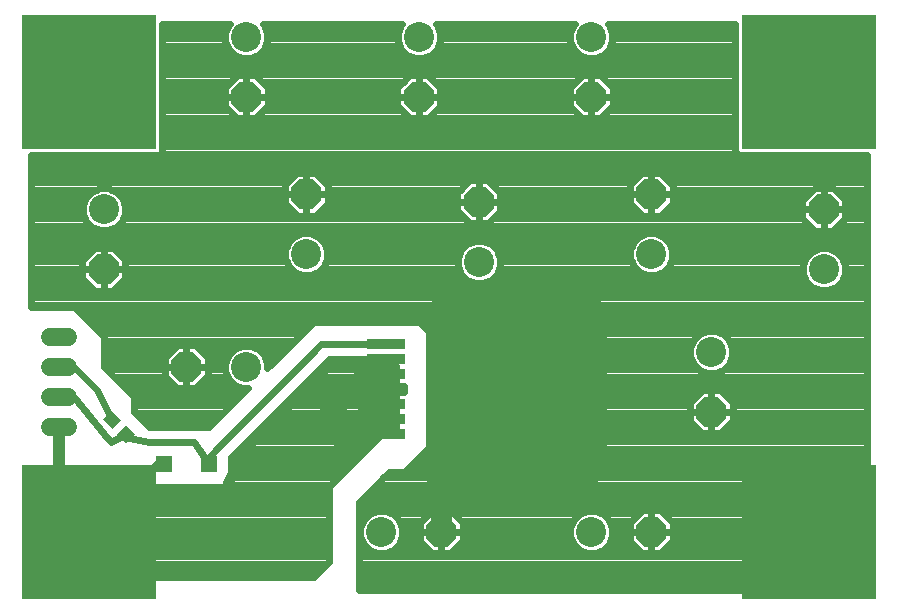
<source format=gtl>
G75*
%MOIN*%
%OFA0B0*%
%FSLAX25Y25*%
%IPPOS*%
%LPD*%
%AMOC8*
5,1,8,0,0,1.08239X$1,22.5*
%
%ADD10R,0.45000X0.55000*%
%ADD11R,0.05512X0.05512*%
%ADD12R,0.04331X0.03937*%
%ADD13C,0.10000*%
%ADD14OC8,0.10000*%
%ADD15R,0.12598X0.03543*%
%ADD16R,0.32087X0.42520*%
%ADD17C,0.06000*%
%ADD18C,0.02400*%
%ADD19C,0.01600*%
%ADD20R,0.45000X0.45000*%
%ADD21C,0.04000*%
%ADD22C,0.07000*%
%ADD23C,0.25400*%
%ADD24C,0.03200*%
D10*
X0169800Y0085330D03*
D11*
X0067280Y0060330D03*
X0052320Y0060330D03*
D12*
G36*
X0039805Y0067542D02*
X0036744Y0070603D01*
X0039527Y0073386D01*
X0042588Y0070325D01*
X0039805Y0067542D01*
G37*
G36*
X0035073Y0072275D02*
X0032012Y0075336D01*
X0034795Y0078119D01*
X0037856Y0075058D01*
X0035073Y0072275D01*
G37*
D13*
X0079800Y0092830D03*
X0099800Y0130330D03*
X0157300Y0127830D03*
X0214800Y0130330D03*
X0234800Y0097830D03*
X0272300Y0125330D03*
X0194800Y0202830D03*
X0137300Y0202830D03*
X0079800Y0202830D03*
X0032300Y0145330D03*
X0124800Y0037830D03*
X0194800Y0037830D03*
D14*
X0214800Y0037830D03*
X0234800Y0077830D03*
X0144800Y0037830D03*
X0059800Y0092830D03*
X0032300Y0125330D03*
X0099800Y0150330D03*
X0079800Y0182830D03*
X0137300Y0182830D03*
X0157300Y0147830D03*
X0194800Y0182830D03*
X0214800Y0150330D03*
X0272300Y0145330D03*
D15*
X0126473Y0100330D03*
X0126473Y0095330D03*
X0126473Y0090330D03*
X0126473Y0080330D03*
X0126473Y0075330D03*
X0126473Y0070330D03*
D16*
X0168442Y0085330D03*
D17*
X0020300Y0082830D02*
X0014300Y0082830D01*
X0014300Y0092830D02*
X0020300Y0092830D01*
X0020300Y0102830D02*
X0014300Y0102830D01*
X0014300Y0072830D02*
X0020300Y0072830D01*
D18*
X0027300Y0037830D02*
X0027300Y0022830D01*
X0102300Y0022830D01*
X0107300Y0027830D01*
X0107300Y0052830D01*
X0116312Y0061843D01*
X0115261Y0062278D01*
X0114248Y0063291D01*
X0113700Y0064614D01*
X0113700Y0066046D01*
X0114248Y0067370D01*
X0117974Y0071096D01*
X0117974Y0072392D01*
X0118092Y0072830D01*
X0117974Y0073269D01*
X0117974Y0075330D01*
X0126473Y0075330D01*
X0126473Y0075330D01*
X0126473Y0074302D01*
X0126473Y0070331D01*
X0126473Y0070331D01*
X0126473Y0075330D01*
X0126473Y0075330D01*
X0117974Y0075330D01*
X0117974Y0077392D01*
X0118092Y0077830D01*
X0117974Y0078269D01*
X0117974Y0080330D01*
X0126473Y0080330D01*
X0126473Y0080330D01*
X0126473Y0079302D01*
X0126473Y0075331D01*
X0126473Y0075331D01*
X0126473Y0080330D01*
X0126473Y0080330D01*
X0117974Y0080330D01*
X0117974Y0082392D01*
X0118124Y0082951D01*
X0118414Y0083453D01*
X0118823Y0083863D01*
X0119325Y0084152D01*
X0119884Y0084302D01*
X0126473Y0084302D01*
X0126473Y0080331D01*
X0126473Y0080331D01*
X0126473Y0084302D01*
X0132300Y0084302D01*
X0132300Y0086359D01*
X0126473Y0086359D01*
X0126473Y0090330D01*
X0126473Y0090330D01*
X0117974Y0090330D01*
X0117974Y0088269D01*
X0118124Y0087710D01*
X0118414Y0087208D01*
X0118823Y0086798D01*
X0119325Y0086509D01*
X0119884Y0086359D01*
X0126473Y0086359D01*
X0126473Y0090330D01*
X0126473Y0090330D01*
X0117974Y0090330D01*
X0117974Y0092392D01*
X0118092Y0092830D01*
X0117974Y0093269D01*
X0117974Y0095330D01*
X0126473Y0095330D01*
X0126473Y0095330D01*
X0126473Y0094302D01*
X0126473Y0090331D01*
X0126473Y0090331D01*
X0126473Y0095330D01*
X0126473Y0095330D01*
X0107300Y0095330D01*
X0074800Y0062830D01*
X0074800Y0057830D01*
X0072300Y0052830D01*
X0042300Y0052830D01*
X0027300Y0037830D01*
X0027300Y0022830D01*
X0102300Y0022830D01*
X0107300Y0027830D01*
X0107300Y0052830D01*
X0124800Y0070330D01*
X0126473Y0070330D01*
X0126473Y0070395D02*
X0126473Y0070395D01*
X0126473Y0072793D02*
X0126473Y0072793D01*
X0126473Y0075192D02*
X0126473Y0075192D01*
X0126473Y0077590D02*
X0126473Y0077590D01*
X0126473Y0079989D02*
X0126473Y0079989D01*
X0126473Y0082387D02*
X0126473Y0082387D01*
X0132300Y0084786D02*
X0096755Y0084786D01*
X0094357Y0082387D02*
X0117974Y0082387D01*
X0117974Y0079989D02*
X0091958Y0079989D01*
X0089560Y0077590D02*
X0118027Y0077590D01*
X0117974Y0075192D02*
X0087161Y0075192D01*
X0084763Y0072793D02*
X0118082Y0072793D01*
X0117273Y0070395D02*
X0082364Y0070395D01*
X0079966Y0067996D02*
X0114875Y0067996D01*
X0113700Y0065598D02*
X0077567Y0065598D01*
X0077300Y0062830D02*
X0077300Y0057830D01*
X0072300Y0052830D01*
X0042300Y0052830D01*
X0027300Y0037830D01*
X0017300Y0047830D01*
X0028684Y0039214D02*
X0107300Y0039214D01*
X0107300Y0036816D02*
X0027300Y0036816D01*
X0027300Y0034417D02*
X0107300Y0034417D01*
X0107300Y0032019D02*
X0027300Y0032019D01*
X0027300Y0029620D02*
X0107300Y0029620D01*
X0106691Y0027221D02*
X0027300Y0027221D01*
X0027300Y0024823D02*
X0104293Y0024823D01*
X0117300Y0024823D02*
X0286600Y0024823D01*
X0286600Y0027221D02*
X0117300Y0027221D01*
X0117300Y0029620D02*
X0286600Y0029620D01*
X0286600Y0032019D02*
X0219170Y0032019D01*
X0217782Y0030630D02*
X0214800Y0030630D01*
X0214800Y0037830D01*
X0214800Y0037830D01*
X0214800Y0030630D01*
X0211818Y0030630D01*
X0207600Y0034848D01*
X0207600Y0037830D01*
X0214800Y0037830D01*
X0214800Y0037830D01*
X0222000Y0037830D01*
X0222000Y0034848D01*
X0217782Y0030630D01*
X0214800Y0032019D02*
X0214800Y0032019D01*
X0214800Y0034417D02*
X0214800Y0034417D01*
X0214800Y0036816D02*
X0214800Y0036816D01*
X0214800Y0037830D02*
X0214800Y0037830D01*
X0222000Y0037830D01*
X0222000Y0040813D01*
X0217782Y0045030D01*
X0214800Y0045030D01*
X0211818Y0045030D01*
X0207600Y0040813D01*
X0207600Y0037830D01*
X0214800Y0037830D01*
X0214800Y0037831D02*
X0214800Y0045030D01*
X0214800Y0037831D01*
X0214800Y0037831D01*
X0214800Y0039214D02*
X0214800Y0039214D01*
X0214800Y0041613D02*
X0214800Y0041613D01*
X0214800Y0044011D02*
X0214800Y0044011D01*
X0218802Y0044011D02*
X0286600Y0044011D01*
X0286600Y0041613D02*
X0221200Y0041613D01*
X0222000Y0039214D02*
X0286600Y0039214D01*
X0286600Y0036816D02*
X0222000Y0036816D01*
X0221569Y0034417D02*
X0286600Y0034417D01*
X0286600Y0022424D02*
X0117300Y0022424D01*
X0117300Y0020026D02*
X0286600Y0020026D01*
X0286600Y0018530D02*
X0117300Y0018530D01*
X0117300Y0047830D01*
X0127300Y0057830D01*
X0132300Y0057830D01*
X0142300Y0067830D01*
X0142300Y0102830D01*
X0137300Y0107830D01*
X0102300Y0107830D01*
X0086800Y0092330D01*
X0086800Y0094223D01*
X0085734Y0096796D01*
X0083765Y0098765D01*
X0081192Y0099830D01*
X0078408Y0099830D01*
X0075835Y0098765D01*
X0073866Y0096796D01*
X0072800Y0094223D01*
X0072800Y0091438D01*
X0073866Y0088865D01*
X0075835Y0086896D01*
X0078408Y0085830D01*
X0080300Y0085830D01*
X0067300Y0072830D01*
X0047300Y0072830D01*
X0042300Y0077830D01*
X0042300Y0082830D01*
X0032300Y0092830D01*
X0032300Y0102830D01*
X0022300Y0112830D01*
X0008000Y0112830D01*
X0008000Y0163330D01*
X0050628Y0163330D01*
X0051800Y0164502D01*
X0051800Y0207130D01*
X0074201Y0207130D01*
X0073866Y0206796D01*
X0072800Y0204223D01*
X0072800Y0201438D01*
X0073866Y0198865D01*
X0075835Y0196896D01*
X0078408Y0195830D01*
X0081192Y0195830D01*
X0083765Y0196896D01*
X0085734Y0198865D01*
X0086800Y0201438D01*
X0086800Y0204223D01*
X0085734Y0206796D01*
X0085399Y0207130D01*
X0131701Y0207130D01*
X0131366Y0206796D01*
X0130300Y0204223D01*
X0130300Y0201438D01*
X0131366Y0198865D01*
X0133335Y0196896D01*
X0135908Y0195830D01*
X0138692Y0195830D01*
X0141265Y0196896D01*
X0143234Y0198865D01*
X0144300Y0201438D01*
X0144300Y0204223D01*
X0143234Y0206796D01*
X0142899Y0207130D01*
X0189201Y0207130D01*
X0188866Y0206796D01*
X0187800Y0204223D01*
X0187800Y0201438D01*
X0188866Y0198865D01*
X0190835Y0196896D01*
X0193408Y0195830D01*
X0196192Y0195830D01*
X0198765Y0196896D01*
X0200734Y0198865D01*
X0201800Y0201438D01*
X0201800Y0204223D01*
X0200734Y0206796D01*
X0200399Y0207130D01*
X0242800Y0207130D01*
X0242800Y0164502D01*
X0243972Y0163330D01*
X0286600Y0163330D01*
X0286600Y0018530D01*
X0286600Y0046410D02*
X0117300Y0046410D01*
X0117300Y0044011D02*
X0121430Y0044011D01*
X0120835Y0043765D02*
X0118866Y0041796D01*
X0117800Y0039223D01*
X0117800Y0036438D01*
X0118866Y0033865D01*
X0120835Y0031896D01*
X0123408Y0030830D01*
X0126192Y0030830D01*
X0128765Y0031896D01*
X0130734Y0033865D01*
X0131800Y0036438D01*
X0131800Y0039223D01*
X0130734Y0041796D01*
X0128765Y0043765D01*
X0126192Y0044830D01*
X0123408Y0044830D01*
X0120835Y0043765D01*
X0118790Y0041613D02*
X0117300Y0041613D01*
X0117300Y0039214D02*
X0117800Y0039214D01*
X0117800Y0036816D02*
X0117300Y0036816D01*
X0117300Y0034417D02*
X0118637Y0034417D01*
X0117300Y0032019D02*
X0120712Y0032019D01*
X0128888Y0032019D02*
X0140430Y0032019D01*
X0141818Y0030630D02*
X0137600Y0034848D01*
X0137600Y0037830D01*
X0144800Y0037830D01*
X0144800Y0030630D01*
X0147782Y0030630D01*
X0152000Y0034848D01*
X0152000Y0037830D01*
X0144800Y0037830D01*
X0144800Y0037830D01*
X0144800Y0030630D01*
X0141818Y0030630D01*
X0144800Y0032019D02*
X0144800Y0032019D01*
X0144800Y0034417D02*
X0144800Y0034417D01*
X0144800Y0036816D02*
X0144800Y0036816D01*
X0144800Y0037830D02*
X0144800Y0037830D01*
X0144800Y0037830D01*
X0152000Y0037830D01*
X0152000Y0040813D01*
X0147782Y0045030D01*
X0144800Y0045030D01*
X0141818Y0045030D01*
X0137600Y0040813D01*
X0137600Y0037830D01*
X0144800Y0037830D01*
X0144800Y0037831D02*
X0144800Y0045030D01*
X0144800Y0037831D01*
X0144800Y0037831D01*
X0144800Y0039214D02*
X0144800Y0039214D01*
X0144800Y0041613D02*
X0144800Y0041613D01*
X0144800Y0044011D02*
X0144800Y0044011D01*
X0148802Y0044011D02*
X0191430Y0044011D01*
X0190835Y0043765D02*
X0188866Y0041796D01*
X0187800Y0039223D01*
X0187800Y0036438D01*
X0188866Y0033865D01*
X0190835Y0031896D01*
X0193408Y0030830D01*
X0196192Y0030830D01*
X0198765Y0031896D01*
X0200734Y0033865D01*
X0201800Y0036438D01*
X0201800Y0039223D01*
X0200734Y0041796D01*
X0198765Y0043765D01*
X0196192Y0044830D01*
X0193408Y0044830D01*
X0190835Y0043765D01*
X0188790Y0041613D02*
X0151200Y0041613D01*
X0152000Y0039214D02*
X0187800Y0039214D01*
X0187800Y0036816D02*
X0152000Y0036816D01*
X0151569Y0034417D02*
X0188637Y0034417D01*
X0190712Y0032019D02*
X0149170Y0032019D01*
X0138031Y0034417D02*
X0130963Y0034417D01*
X0131800Y0036816D02*
X0137600Y0036816D01*
X0137600Y0039214D02*
X0131800Y0039214D01*
X0130810Y0041613D02*
X0138400Y0041613D01*
X0140798Y0044011D02*
X0128170Y0044011D01*
X0118278Y0048808D02*
X0286600Y0048808D01*
X0286600Y0051207D02*
X0120676Y0051207D01*
X0123075Y0053605D02*
X0286600Y0053605D01*
X0286600Y0056004D02*
X0193302Y0056004D01*
X0193128Y0055830D02*
X0194300Y0057002D01*
X0194300Y0113659D01*
X0193128Y0114830D01*
X0146472Y0114830D01*
X0145300Y0113659D01*
X0145300Y0057002D01*
X0146472Y0055830D01*
X0193128Y0055830D01*
X0194300Y0058402D02*
X0286600Y0058402D01*
X0286600Y0060801D02*
X0194300Y0060801D01*
X0194300Y0063199D02*
X0286600Y0063199D01*
X0286600Y0065598D02*
X0194300Y0065598D01*
X0194300Y0067996D02*
X0286600Y0067996D01*
X0286600Y0070395D02*
X0194300Y0070395D01*
X0194300Y0072793D02*
X0229655Y0072793D01*
X0227600Y0074848D02*
X0231818Y0070630D01*
X0234800Y0070630D01*
X0237782Y0070630D01*
X0242000Y0074848D01*
X0242000Y0077830D01*
X0234800Y0077830D01*
X0234800Y0070630D01*
X0234800Y0077830D01*
X0234800Y0077830D01*
X0234800Y0077830D01*
X0227600Y0077830D01*
X0227600Y0074848D01*
X0227600Y0075192D02*
X0194300Y0075192D01*
X0194300Y0077590D02*
X0227600Y0077590D01*
X0227600Y0077830D02*
X0234800Y0077830D01*
X0234800Y0077830D01*
X0242000Y0077830D01*
X0242000Y0080813D01*
X0237782Y0085030D01*
X0234800Y0085030D01*
X0231818Y0085030D01*
X0227600Y0080813D01*
X0227600Y0077830D01*
X0227600Y0079989D02*
X0194300Y0079989D01*
X0194300Y0082387D02*
X0229175Y0082387D01*
X0231573Y0084786D02*
X0194300Y0084786D01*
X0194300Y0087184D02*
X0286600Y0087184D01*
X0286600Y0084786D02*
X0238027Y0084786D01*
X0240425Y0082387D02*
X0286600Y0082387D01*
X0286600Y0079989D02*
X0242000Y0079989D01*
X0242000Y0077590D02*
X0286600Y0077590D01*
X0286600Y0075192D02*
X0242000Y0075192D01*
X0239945Y0072793D02*
X0286600Y0072793D01*
X0286600Y0089583D02*
X0194300Y0089583D01*
X0194300Y0091981D02*
X0230750Y0091981D01*
X0230835Y0091896D02*
X0233408Y0090830D01*
X0236192Y0090830D01*
X0238765Y0091896D01*
X0240734Y0093865D01*
X0241800Y0096438D01*
X0241800Y0099223D01*
X0240734Y0101796D01*
X0238765Y0103765D01*
X0236192Y0104830D01*
X0233408Y0104830D01*
X0230835Y0103765D01*
X0228866Y0101796D01*
X0227800Y0099223D01*
X0227800Y0096438D01*
X0228866Y0093865D01*
X0230835Y0091896D01*
X0228653Y0094380D02*
X0194300Y0094380D01*
X0194300Y0096778D02*
X0227800Y0096778D01*
X0227800Y0099177D02*
X0194300Y0099177D01*
X0194300Y0101575D02*
X0228774Y0101575D01*
X0231340Y0103974D02*
X0194300Y0103974D01*
X0194300Y0106372D02*
X0286600Y0106372D01*
X0286600Y0103974D02*
X0238260Y0103974D01*
X0240826Y0101575D02*
X0286600Y0101575D01*
X0286600Y0099177D02*
X0241800Y0099177D01*
X0241800Y0096778D02*
X0286600Y0096778D01*
X0286600Y0094380D02*
X0240947Y0094380D01*
X0238850Y0091981D02*
X0286600Y0091981D01*
X0286600Y0108771D02*
X0194300Y0108771D01*
X0194300Y0111169D02*
X0286600Y0111169D01*
X0286600Y0113568D02*
X0194300Y0113568D01*
X0209670Y0125560D02*
X0163936Y0125560D01*
X0164300Y0126438D02*
X0163234Y0123865D01*
X0161265Y0121896D01*
X0158692Y0120830D01*
X0155908Y0120830D01*
X0153335Y0121896D01*
X0151366Y0123865D01*
X0150300Y0126438D01*
X0150300Y0129223D01*
X0151366Y0131796D01*
X0153335Y0133765D01*
X0155908Y0134830D01*
X0158692Y0134830D01*
X0161265Y0133765D01*
X0163234Y0131796D01*
X0164300Y0129223D01*
X0164300Y0126438D01*
X0164300Y0127959D02*
X0208206Y0127959D01*
X0207800Y0128938D02*
X0208866Y0126365D01*
X0210835Y0124396D01*
X0213408Y0123330D01*
X0216192Y0123330D01*
X0218765Y0124396D01*
X0220734Y0126365D01*
X0221800Y0128938D01*
X0221800Y0131723D01*
X0220734Y0134296D01*
X0218765Y0136265D01*
X0216192Y0137330D01*
X0213408Y0137330D01*
X0210835Y0136265D01*
X0208866Y0134296D01*
X0207800Y0131723D01*
X0207800Y0128938D01*
X0207800Y0130357D02*
X0163830Y0130357D01*
X0162274Y0132756D02*
X0208228Y0132756D01*
X0209725Y0135154D02*
X0104875Y0135154D01*
X0105734Y0134296D02*
X0103765Y0136265D01*
X0101192Y0137330D01*
X0098408Y0137330D01*
X0095835Y0136265D01*
X0093866Y0134296D01*
X0092800Y0131723D01*
X0092800Y0128938D01*
X0093866Y0126365D01*
X0095835Y0124396D01*
X0098408Y0123330D01*
X0101192Y0123330D01*
X0103765Y0124396D01*
X0105734Y0126365D01*
X0106800Y0128938D01*
X0106800Y0131723D01*
X0105734Y0134296D01*
X0106372Y0132756D02*
X0152326Y0132756D01*
X0150770Y0130357D02*
X0106800Y0130357D01*
X0106394Y0127959D02*
X0150300Y0127959D01*
X0150663Y0125560D02*
X0104930Y0125560D01*
X0094670Y0125560D02*
X0039500Y0125560D01*
X0039500Y0125330D02*
X0039500Y0128313D01*
X0035282Y0132530D01*
X0032300Y0132530D01*
X0029318Y0132530D01*
X0025100Y0128313D01*
X0025100Y0125330D01*
X0025100Y0122348D01*
X0029318Y0118130D01*
X0032300Y0118130D01*
X0035282Y0118130D01*
X0039500Y0122348D01*
X0039500Y0125330D01*
X0032300Y0125330D01*
X0032300Y0118130D01*
X0032300Y0125330D01*
X0032300Y0125330D01*
X0032300Y0125330D01*
X0025100Y0125330D01*
X0032300Y0125330D01*
X0032300Y0125330D01*
X0039500Y0125330D01*
X0039500Y0123162D02*
X0152069Y0123162D01*
X0162531Y0123162D02*
X0265621Y0123162D01*
X0265300Y0123938D02*
X0266366Y0121365D01*
X0268335Y0119396D01*
X0270908Y0118330D01*
X0273692Y0118330D01*
X0276265Y0119396D01*
X0278234Y0121365D01*
X0279300Y0123938D01*
X0279300Y0126723D01*
X0278234Y0129296D01*
X0276265Y0131265D01*
X0273692Y0132330D01*
X0270908Y0132330D01*
X0268335Y0131265D01*
X0266366Y0129296D01*
X0265300Y0126723D01*
X0265300Y0123938D01*
X0265300Y0125560D02*
X0219930Y0125560D01*
X0221394Y0127959D02*
X0265812Y0127959D01*
X0267428Y0130357D02*
X0221800Y0130357D01*
X0221372Y0132756D02*
X0286600Y0132756D01*
X0286600Y0135154D02*
X0219875Y0135154D01*
X0217782Y0143130D02*
X0214800Y0143130D01*
X0214800Y0150330D01*
X0214800Y0150330D01*
X0214800Y0143130D01*
X0211818Y0143130D01*
X0207600Y0147348D01*
X0207600Y0150330D01*
X0214800Y0150330D01*
X0214800Y0150330D01*
X0222000Y0150330D01*
X0222000Y0147348D01*
X0217782Y0143130D01*
X0219400Y0144749D02*
X0265100Y0144749D01*
X0265100Y0145330D02*
X0265100Y0142348D01*
X0269318Y0138130D01*
X0272300Y0138130D01*
X0275282Y0138130D01*
X0279500Y0142348D01*
X0279500Y0145330D01*
X0272300Y0145330D01*
X0272300Y0138130D01*
X0272300Y0145330D01*
X0272300Y0145330D01*
X0272300Y0145330D01*
X0265100Y0145330D01*
X0272300Y0145330D01*
X0272300Y0145330D01*
X0279500Y0145330D01*
X0279500Y0148313D01*
X0275282Y0152530D01*
X0272300Y0152530D01*
X0269318Y0152530D01*
X0265100Y0148313D01*
X0265100Y0145330D01*
X0265100Y0147147D02*
X0221799Y0147147D01*
X0222000Y0149546D02*
X0266333Y0149546D01*
X0268731Y0151944D02*
X0222000Y0151944D01*
X0222000Y0153313D02*
X0222000Y0150330D01*
X0214800Y0150330D01*
X0214800Y0150330D01*
X0207600Y0150330D01*
X0207600Y0153313D01*
X0211818Y0157530D01*
X0214800Y0157530D01*
X0214800Y0150331D01*
X0214800Y0150331D01*
X0214800Y0157530D01*
X0217782Y0157530D01*
X0222000Y0153313D01*
X0220970Y0154343D02*
X0286600Y0154343D01*
X0286600Y0156741D02*
X0218572Y0156741D01*
X0214800Y0156741D02*
X0214800Y0156741D01*
X0214800Y0154343D02*
X0214800Y0154343D01*
X0214800Y0151944D02*
X0214800Y0151944D01*
X0214800Y0149546D02*
X0214800Y0149546D01*
X0214800Y0147147D02*
X0214800Y0147147D01*
X0214800Y0144749D02*
X0214800Y0144749D01*
X0210200Y0144749D02*
X0164400Y0144749D01*
X0164500Y0144848D02*
X0164500Y0147830D01*
X0157300Y0147830D01*
X0157300Y0140630D01*
X0160282Y0140630D01*
X0164500Y0144848D01*
X0164500Y0147147D02*
X0207801Y0147147D01*
X0207600Y0149546D02*
X0164500Y0149546D01*
X0164500Y0150813D02*
X0164500Y0147830D01*
X0157300Y0147830D01*
X0157300Y0147830D01*
X0157300Y0140630D01*
X0154318Y0140630D01*
X0150100Y0144848D01*
X0150100Y0147830D01*
X0157300Y0147830D01*
X0157300Y0147830D01*
X0157300Y0147830D01*
X0150100Y0147830D01*
X0150100Y0150813D01*
X0154318Y0155030D01*
X0157300Y0155030D01*
X0157300Y0147831D01*
X0157300Y0147831D01*
X0157300Y0155030D01*
X0160282Y0155030D01*
X0164500Y0150813D01*
X0163369Y0151944D02*
X0207600Y0151944D01*
X0208630Y0154343D02*
X0160970Y0154343D01*
X0157300Y0154343D02*
X0157300Y0154343D01*
X0157300Y0151944D02*
X0157300Y0151944D01*
X0157300Y0149546D02*
X0157300Y0149546D01*
X0157300Y0147147D02*
X0157300Y0147147D01*
X0157300Y0144749D02*
X0157300Y0144749D01*
X0157300Y0142350D02*
X0157300Y0142350D01*
X0162002Y0142350D02*
X0265100Y0142350D01*
X0267497Y0139952D02*
X0036821Y0139952D01*
X0036265Y0139396D02*
X0038234Y0141365D01*
X0039300Y0143938D01*
X0039300Y0146723D01*
X0038234Y0149296D01*
X0036265Y0151265D01*
X0033692Y0152330D01*
X0030908Y0152330D01*
X0028335Y0151265D01*
X0026366Y0149296D01*
X0025300Y0146723D01*
X0025300Y0143938D01*
X0026366Y0141365D01*
X0028335Y0139396D01*
X0030908Y0138330D01*
X0033692Y0138330D01*
X0036265Y0139396D01*
X0038642Y0142350D02*
X0152598Y0142350D01*
X0150200Y0144749D02*
X0104400Y0144749D01*
X0102782Y0143130D02*
X0099800Y0143130D01*
X0099800Y0150330D01*
X0099800Y0150330D01*
X0099800Y0143130D01*
X0096818Y0143130D01*
X0092600Y0147348D01*
X0092600Y0150330D01*
X0099800Y0150330D01*
X0099800Y0150330D01*
X0107000Y0150330D01*
X0107000Y0147348D01*
X0102782Y0143130D01*
X0099800Y0144749D02*
X0099800Y0144749D01*
X0099800Y0147147D02*
X0099800Y0147147D01*
X0099800Y0149546D02*
X0099800Y0149546D01*
X0099800Y0150330D02*
X0099800Y0150330D01*
X0092600Y0150330D01*
X0092600Y0153313D01*
X0096818Y0157530D01*
X0099800Y0157530D01*
X0099800Y0150331D01*
X0099800Y0150331D01*
X0099800Y0157530D01*
X0102782Y0157530D01*
X0107000Y0153313D01*
X0107000Y0150330D01*
X0099800Y0150330D01*
X0099800Y0151944D02*
X0099800Y0151944D01*
X0099800Y0154343D02*
X0099800Y0154343D01*
X0099800Y0156741D02*
X0099800Y0156741D01*
X0103572Y0156741D02*
X0211028Y0156741D01*
X0197782Y0175630D02*
X0194800Y0175630D01*
X0194800Y0182830D01*
X0194800Y0182830D01*
X0194800Y0175630D01*
X0191818Y0175630D01*
X0187600Y0179848D01*
X0187600Y0182830D01*
X0194800Y0182830D01*
X0194800Y0182830D01*
X0202000Y0182830D01*
X0202000Y0179848D01*
X0197782Y0175630D01*
X0198081Y0175929D02*
X0242800Y0175929D01*
X0242800Y0173531D02*
X0051800Y0173531D01*
X0051800Y0175929D02*
X0076519Y0175929D01*
X0076818Y0175630D02*
X0072600Y0179848D01*
X0072600Y0182830D01*
X0079800Y0182830D01*
X0079800Y0175630D01*
X0082782Y0175630D01*
X0087000Y0179848D01*
X0087000Y0182830D01*
X0079800Y0182830D01*
X0079800Y0182830D01*
X0079800Y0175630D01*
X0076818Y0175630D01*
X0079800Y0175929D02*
X0079800Y0175929D01*
X0079800Y0178328D02*
X0079800Y0178328D01*
X0079800Y0180726D02*
X0079800Y0180726D01*
X0079800Y0182830D02*
X0079800Y0182830D01*
X0079800Y0182830D01*
X0072600Y0182830D01*
X0072600Y0185813D01*
X0076818Y0190030D01*
X0079800Y0190030D01*
X0079800Y0182831D01*
X0079800Y0182831D01*
X0079800Y0190030D01*
X0082782Y0190030D01*
X0087000Y0185813D01*
X0087000Y0182830D01*
X0079800Y0182830D01*
X0079800Y0183125D02*
X0079800Y0183125D01*
X0079800Y0185523D02*
X0079800Y0185523D01*
X0079800Y0187922D02*
X0079800Y0187922D01*
X0084891Y0187922D02*
X0132209Y0187922D01*
X0134318Y0190030D02*
X0130100Y0185813D01*
X0130100Y0182830D01*
X0130100Y0179848D01*
X0134318Y0175630D01*
X0137300Y0175630D01*
X0140282Y0175630D01*
X0144500Y0179848D01*
X0144500Y0182830D01*
X0137300Y0182830D01*
X0137300Y0175630D01*
X0137300Y0182830D01*
X0137300Y0182830D01*
X0137300Y0182830D01*
X0130100Y0182830D01*
X0137300Y0182830D01*
X0137300Y0182830D01*
X0144500Y0182830D01*
X0144500Y0185813D01*
X0140282Y0190030D01*
X0137300Y0190030D01*
X0134318Y0190030D01*
X0137300Y0190030D02*
X0137300Y0182831D01*
X0137300Y0182831D01*
X0137300Y0190030D01*
X0137300Y0187922D02*
X0137300Y0187922D01*
X0137300Y0185523D02*
X0137300Y0185523D01*
X0137300Y0183125D02*
X0137300Y0183125D01*
X0137300Y0180726D02*
X0137300Y0180726D01*
X0137300Y0178328D02*
X0137300Y0178328D01*
X0137300Y0175929D02*
X0137300Y0175929D01*
X0140581Y0175929D02*
X0191519Y0175929D01*
X0194800Y0175929D02*
X0194800Y0175929D01*
X0194800Y0178328D02*
X0194800Y0178328D01*
X0194800Y0180726D02*
X0194800Y0180726D01*
X0194800Y0182830D02*
X0194800Y0182830D01*
X0187600Y0182830D01*
X0187600Y0185813D01*
X0191818Y0190030D01*
X0194800Y0190030D01*
X0194800Y0182831D01*
X0194800Y0182831D01*
X0194800Y0190030D01*
X0197782Y0190030D01*
X0202000Y0185813D01*
X0202000Y0182830D01*
X0194800Y0182830D01*
X0194800Y0183125D02*
X0194800Y0183125D01*
X0194800Y0185523D02*
X0194800Y0185523D01*
X0194800Y0187922D02*
X0194800Y0187922D01*
X0189709Y0187922D02*
X0142391Y0187922D01*
X0144500Y0185523D02*
X0187600Y0185523D01*
X0187600Y0183125D02*
X0144500Y0183125D01*
X0144500Y0180726D02*
X0187600Y0180726D01*
X0189120Y0178328D02*
X0142980Y0178328D01*
X0134019Y0175929D02*
X0083081Y0175929D01*
X0085480Y0178328D02*
X0131620Y0178328D01*
X0130100Y0180726D02*
X0087000Y0180726D01*
X0087000Y0183125D02*
X0130100Y0183125D01*
X0130100Y0185523D02*
X0087000Y0185523D01*
X0074709Y0187922D02*
X0051800Y0187922D01*
X0051800Y0190320D02*
X0242800Y0190320D01*
X0242800Y0187922D02*
X0199891Y0187922D01*
X0202000Y0185523D02*
X0242800Y0185523D01*
X0242800Y0183125D02*
X0202000Y0183125D01*
X0202000Y0180726D02*
X0242800Y0180726D01*
X0242800Y0178328D02*
X0200480Y0178328D01*
X0199385Y0197516D02*
X0242800Y0197516D01*
X0242800Y0199914D02*
X0201169Y0199914D01*
X0201800Y0202313D02*
X0242800Y0202313D01*
X0242800Y0204711D02*
X0201598Y0204711D01*
X0200420Y0207110D02*
X0242800Y0207110D01*
X0242800Y0195117D02*
X0051800Y0195117D01*
X0051800Y0197516D02*
X0075215Y0197516D01*
X0073431Y0199914D02*
X0051800Y0199914D01*
X0051800Y0202313D02*
X0072800Y0202313D01*
X0073002Y0204711D02*
X0051800Y0204711D01*
X0051800Y0207110D02*
X0074180Y0207110D01*
X0085420Y0207110D02*
X0131680Y0207110D01*
X0130502Y0204711D02*
X0086598Y0204711D01*
X0086800Y0202313D02*
X0130300Y0202313D01*
X0130931Y0199914D02*
X0086169Y0199914D01*
X0084385Y0197516D02*
X0132715Y0197516D01*
X0141885Y0197516D02*
X0190215Y0197516D01*
X0188431Y0199914D02*
X0143669Y0199914D01*
X0144300Y0202313D02*
X0187800Y0202313D01*
X0188002Y0204711D02*
X0144098Y0204711D01*
X0142920Y0207110D02*
X0189180Y0207110D01*
X0242800Y0192719D02*
X0051800Y0192719D01*
X0051800Y0185523D02*
X0072600Y0185523D01*
X0072600Y0183125D02*
X0051800Y0183125D01*
X0051800Y0180726D02*
X0072600Y0180726D01*
X0074120Y0178328D02*
X0051800Y0178328D01*
X0051800Y0171132D02*
X0242800Y0171132D01*
X0242800Y0168734D02*
X0051800Y0168734D01*
X0051800Y0166335D02*
X0242800Y0166335D01*
X0243365Y0163937D02*
X0051235Y0163937D01*
X0037984Y0149546D02*
X0092600Y0149546D01*
X0092600Y0151944D02*
X0034625Y0151944D01*
X0029975Y0151944D02*
X0008000Y0151944D01*
X0008000Y0149546D02*
X0026616Y0149546D01*
X0025476Y0147147D02*
X0008000Y0147147D01*
X0008000Y0144749D02*
X0025300Y0144749D01*
X0025958Y0142350D02*
X0008000Y0142350D01*
X0008000Y0139952D02*
X0027779Y0139952D01*
X0039124Y0147147D02*
X0092801Y0147147D01*
X0095200Y0144749D02*
X0039300Y0144749D01*
X0032300Y0132530D02*
X0032300Y0125331D01*
X0032300Y0132530D01*
X0032300Y0130357D02*
X0032300Y0130357D01*
X0032300Y0127959D02*
X0032300Y0127959D01*
X0032300Y0125560D02*
X0032300Y0125560D01*
X0032300Y0125331D02*
X0032300Y0125331D01*
X0032300Y0123162D02*
X0032300Y0123162D01*
X0032300Y0120763D02*
X0032300Y0120763D01*
X0032300Y0118365D02*
X0032300Y0118365D01*
X0035517Y0118365D02*
X0270824Y0118365D01*
X0273776Y0118365D02*
X0286600Y0118365D01*
X0286600Y0120763D02*
X0277632Y0120763D01*
X0278979Y0123162D02*
X0286600Y0123162D01*
X0286600Y0125560D02*
X0279300Y0125560D01*
X0278788Y0127959D02*
X0286600Y0127959D01*
X0286600Y0130357D02*
X0277172Y0130357D01*
X0286600Y0137553D02*
X0008000Y0137553D01*
X0008000Y0135154D02*
X0094725Y0135154D01*
X0093228Y0132756D02*
X0008000Y0132756D01*
X0008000Y0130357D02*
X0027145Y0130357D01*
X0025100Y0127959D02*
X0008000Y0127959D01*
X0008000Y0125560D02*
X0025100Y0125560D01*
X0025100Y0123162D02*
X0008000Y0123162D01*
X0008000Y0120763D02*
X0026685Y0120763D01*
X0029083Y0118365D02*
X0008000Y0118365D01*
X0008000Y0115966D02*
X0286600Y0115966D01*
X0266967Y0120763D02*
X0037915Y0120763D01*
X0039500Y0127959D02*
X0093206Y0127959D01*
X0092800Y0130357D02*
X0037455Y0130357D01*
X0023961Y0111169D02*
X0145300Y0111169D01*
X0145300Y0108771D02*
X0026360Y0108771D01*
X0028758Y0106372D02*
X0100842Y0106372D01*
X0098443Y0103974D02*
X0031157Y0103974D01*
X0032300Y0101575D02*
X0096045Y0101575D01*
X0093646Y0099177D02*
X0082770Y0099177D01*
X0085741Y0096778D02*
X0091248Y0096778D01*
X0088849Y0094380D02*
X0086735Y0094380D01*
X0076830Y0099177D02*
X0063636Y0099177D01*
X0062782Y0100030D02*
X0059800Y0100030D01*
X0056818Y0100030D01*
X0052600Y0095813D01*
X0052600Y0092830D01*
X0052600Y0089848D01*
X0056818Y0085630D01*
X0059800Y0085630D01*
X0062782Y0085630D01*
X0067000Y0089848D01*
X0067000Y0092830D01*
X0059800Y0092830D01*
X0059800Y0085630D01*
X0059800Y0092830D01*
X0059800Y0092830D01*
X0059800Y0092830D01*
X0052600Y0092830D01*
X0059800Y0092830D01*
X0059800Y0092830D01*
X0067000Y0092830D01*
X0067000Y0095813D01*
X0062782Y0100030D01*
X0059800Y0100030D02*
X0059800Y0092831D01*
X0059800Y0100030D01*
X0059800Y0099177D02*
X0059800Y0099177D01*
X0059800Y0096778D02*
X0059800Y0096778D01*
X0059800Y0094380D02*
X0059800Y0094380D01*
X0059800Y0092831D02*
X0059800Y0092831D01*
X0059800Y0091981D02*
X0059800Y0091981D01*
X0059800Y0089583D02*
X0059800Y0089583D01*
X0059800Y0087184D02*
X0059800Y0087184D01*
X0055264Y0087184D02*
X0037946Y0087184D01*
X0040345Y0084786D02*
X0079255Y0084786D01*
X0076857Y0082387D02*
X0042300Y0082387D01*
X0042300Y0079989D02*
X0074458Y0079989D01*
X0072060Y0077590D02*
X0042540Y0077590D01*
X0044939Y0075192D02*
X0069661Y0075192D01*
X0062320Y0067830D02*
X0067280Y0060330D01*
X0067280Y0062811D01*
X0104800Y0100330D01*
X0126473Y0100330D01*
X0126473Y0095330D02*
X0109800Y0095330D01*
X0077300Y0062830D01*
X0075169Y0063199D02*
X0114340Y0063199D01*
X0115270Y0060801D02*
X0074800Y0060801D01*
X0074800Y0058402D02*
X0112872Y0058402D01*
X0110473Y0056004D02*
X0073887Y0056004D01*
X0072687Y0053605D02*
X0108075Y0053605D01*
X0107300Y0051207D02*
X0040676Y0051207D01*
X0042300Y0052830D02*
X0049800Y0060330D01*
X0052320Y0060330D01*
X0047300Y0067830D02*
X0062320Y0067830D01*
X0047300Y0067830D02*
X0038954Y0069484D01*
X0039666Y0070464D01*
X0034666Y0067697D01*
X0032300Y0070330D01*
X0022300Y0082830D01*
X0029934Y0085197D02*
X0022300Y0092830D01*
X0017300Y0092830D01*
X0029934Y0085197D02*
X0034934Y0075197D01*
X0035548Y0089583D02*
X0052865Y0089583D01*
X0052600Y0091981D02*
X0033149Y0091981D01*
X0032300Y0094380D02*
X0052600Y0094380D01*
X0053566Y0096778D02*
X0032300Y0096778D01*
X0032300Y0099177D02*
X0055964Y0099177D01*
X0066034Y0096778D02*
X0073859Y0096778D01*
X0072865Y0094380D02*
X0067000Y0094380D01*
X0067000Y0091981D02*
X0072800Y0091981D01*
X0073568Y0089583D02*
X0066735Y0089583D01*
X0064336Y0087184D02*
X0075547Y0087184D01*
X0099154Y0087184D02*
X0118437Y0087184D01*
X0117974Y0089583D02*
X0101552Y0089583D01*
X0103951Y0091981D02*
X0117974Y0091981D01*
X0117974Y0094380D02*
X0106349Y0094380D01*
X0126473Y0094380D02*
X0126473Y0094380D01*
X0126473Y0091981D02*
X0126473Y0091981D01*
X0126473Y0089583D02*
X0126473Y0089583D01*
X0126473Y0087184D02*
X0126473Y0087184D01*
X0142300Y0087184D02*
X0145300Y0087184D01*
X0145300Y0084786D02*
X0142300Y0084786D01*
X0142300Y0082387D02*
X0145300Y0082387D01*
X0145300Y0079989D02*
X0142300Y0079989D01*
X0142300Y0077590D02*
X0145300Y0077590D01*
X0145300Y0075192D02*
X0142300Y0075192D01*
X0142300Y0072793D02*
X0145300Y0072793D01*
X0145300Y0070395D02*
X0142300Y0070395D01*
X0142300Y0067996D02*
X0145300Y0067996D01*
X0145300Y0065598D02*
X0140067Y0065598D01*
X0137669Y0063199D02*
X0145300Y0063199D01*
X0145300Y0060801D02*
X0135270Y0060801D01*
X0132872Y0058402D02*
X0145300Y0058402D01*
X0146298Y0056004D02*
X0125473Y0056004D01*
X0107300Y0048808D02*
X0038278Y0048808D01*
X0035879Y0046410D02*
X0107300Y0046410D01*
X0107300Y0044011D02*
X0033481Y0044011D01*
X0031082Y0041613D02*
X0107300Y0041613D01*
X0142300Y0089583D02*
X0145300Y0089583D01*
X0145300Y0091981D02*
X0142300Y0091981D01*
X0142300Y0094380D02*
X0145300Y0094380D01*
X0145300Y0096778D02*
X0142300Y0096778D01*
X0142300Y0099177D02*
X0145300Y0099177D01*
X0145300Y0101575D02*
X0142300Y0101575D01*
X0141157Y0103974D02*
X0145300Y0103974D01*
X0145300Y0106372D02*
X0138758Y0106372D01*
X0145300Y0113568D02*
X0008000Y0113568D01*
X0008000Y0154343D02*
X0093630Y0154343D01*
X0096028Y0156741D02*
X0008000Y0156741D01*
X0008000Y0159140D02*
X0286600Y0159140D01*
X0286600Y0161538D02*
X0008000Y0161538D01*
X0105970Y0154343D02*
X0153630Y0154343D01*
X0151231Y0151944D02*
X0107000Y0151944D01*
X0107000Y0149546D02*
X0150100Y0149546D01*
X0150100Y0147147D02*
X0106799Y0147147D01*
X0234800Y0085030D02*
X0234800Y0077831D01*
X0234800Y0077831D01*
X0234800Y0085030D01*
X0234800Y0084786D02*
X0234800Y0084786D01*
X0234800Y0082387D02*
X0234800Y0082387D01*
X0234800Y0079989D02*
X0234800Y0079989D01*
X0234800Y0077590D02*
X0234800Y0077590D01*
X0234800Y0075192D02*
X0234800Y0075192D01*
X0234800Y0072793D02*
X0234800Y0072793D01*
X0210798Y0044011D02*
X0198170Y0044011D01*
X0200810Y0041613D02*
X0208400Y0041613D01*
X0207600Y0039214D02*
X0201800Y0039214D01*
X0201800Y0036816D02*
X0207600Y0036816D01*
X0208031Y0034417D02*
X0200963Y0034417D01*
X0198888Y0032019D02*
X0210430Y0032019D01*
X0272300Y0139952D02*
X0272300Y0139952D01*
X0272300Y0142350D02*
X0272300Y0142350D01*
X0272300Y0144749D02*
X0272300Y0144749D01*
X0272300Y0145331D02*
X0272300Y0152530D01*
X0272300Y0145331D01*
X0272300Y0145331D01*
X0272300Y0147147D02*
X0272300Y0147147D01*
X0272300Y0149546D02*
X0272300Y0149546D01*
X0272300Y0151944D02*
X0272300Y0151944D01*
X0275869Y0151944D02*
X0286600Y0151944D01*
X0286600Y0149546D02*
X0278267Y0149546D01*
X0279500Y0147147D02*
X0286600Y0147147D01*
X0286600Y0144749D02*
X0279500Y0144749D01*
X0279500Y0142350D02*
X0286600Y0142350D01*
X0286600Y0139952D02*
X0277103Y0139952D01*
D19*
X0024800Y0080330D02*
X0022300Y0082830D01*
X0017300Y0082830D01*
X0018954Y0091177D02*
X0017300Y0092830D01*
D20*
X0027300Y0037830D03*
X0027300Y0187830D03*
X0267300Y0187830D03*
X0267300Y0037830D03*
D21*
X0017300Y0047830D02*
X0017300Y0072830D01*
D22*
X0107300Y0077830D02*
X0122300Y0092830D01*
X0122300Y0077830D01*
X0112300Y0067830D01*
X0112300Y0062830D01*
X0122300Y0072830D01*
X0127300Y0072830D01*
X0127300Y0092830D01*
X0168442Y0085330D02*
X0168442Y0073972D01*
X0152300Y0057830D01*
X0144800Y0050330D01*
X0144800Y0037830D01*
D23*
X0152300Y0057830D02*
X0152300Y0107830D01*
X0187300Y0107830D01*
X0187300Y0062830D01*
X0157300Y0062830D01*
D24*
X0122300Y0070330D02*
X0117300Y0065330D01*
M02*

</source>
